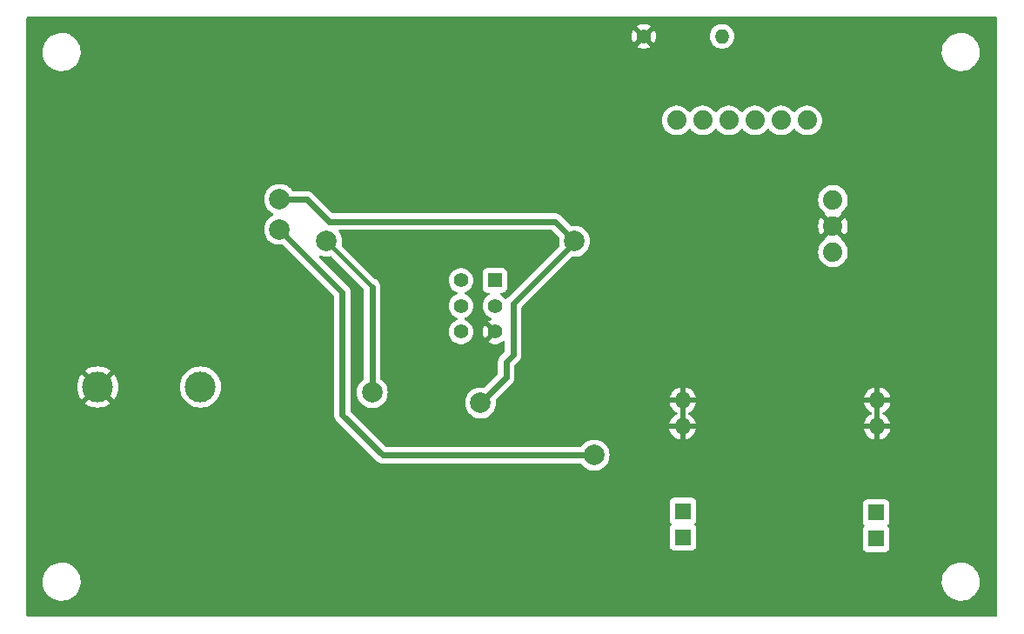
<source format=gbr>
%TF.GenerationSoftware,KiCad,Pcbnew,7.0.9*%
%TF.CreationDate,2024-07-11T14:42:56+10:00*%
%TF.ProjectId,bms test circuit,626d7320-7465-4737-9420-636972637569,rev?*%
%TF.SameCoordinates,Original*%
%TF.FileFunction,Copper,L2,Bot*%
%TF.FilePolarity,Positive*%
%FSLAX46Y46*%
G04 Gerber Fmt 4.6, Leading zero omitted, Abs format (unit mm)*
G04 Created by KiCad (PCBNEW 7.0.9) date 2024-07-11 14:42:56*
%MOMM*%
%LPD*%
G01*
G04 APERTURE LIST*
%TA.AperFunction,ComponentPad*%
%ADD10C,3.000000*%
%TD*%
%TA.AperFunction,ComponentPad*%
%ADD11R,1.400000X1.400000*%
%TD*%
%TA.AperFunction,ComponentPad*%
%ADD12C,1.400000*%
%TD*%
%TA.AperFunction,ComponentPad*%
%ADD13R,1.600000X1.600000*%
%TD*%
%TA.AperFunction,ComponentPad*%
%ADD14O,1.600000X1.600000*%
%TD*%
%TA.AperFunction,ComponentPad*%
%ADD15C,1.879600*%
%TD*%
%TA.AperFunction,ComponentPad*%
%ADD16O,1.400000X1.400000*%
%TD*%
%TA.AperFunction,ViaPad*%
%ADD17C,2.000000*%
%TD*%
%TA.AperFunction,Conductor*%
%ADD18C,0.400000*%
%TD*%
%TA.AperFunction,Conductor*%
%ADD19C,0.600000*%
%TD*%
G04 APERTURE END LIST*
D10*
X175465000Y-76811000D03*
X185465000Y-76811000D03*
D11*
X214121000Y-66426500D03*
D12*
X214121000Y-68926500D03*
X214121000Y-71426500D03*
X210821000Y-66426500D03*
X210821000Y-68926500D03*
X210821000Y-71426500D03*
D13*
X232410000Y-88900000D03*
X232410000Y-91440000D03*
D14*
X232384600Y-80645000D03*
X232410000Y-78105000D03*
D13*
X251206000Y-89027000D03*
X251206000Y-91567000D03*
D14*
X251307600Y-80645000D03*
X251333000Y-78105000D03*
D15*
X247018000Y-63687000D03*
X247018000Y-61147000D03*
X247018000Y-58607000D03*
X244518000Y-50857000D03*
X241978000Y-50857000D03*
X239438000Y-50857000D03*
X236898000Y-50857000D03*
X234358000Y-50857000D03*
X231818000Y-50857000D03*
D12*
X228600000Y-42672000D03*
D16*
X236220000Y-42672000D03*
D17*
X203581000Y-45847000D03*
X218694000Y-69215000D03*
X215392000Y-78234500D03*
X251587000Y-67310000D03*
X226822000Y-44958000D03*
X228473000Y-76248500D03*
X226822000Y-56261000D03*
X193167000Y-58547000D03*
X212725000Y-78359000D03*
X221869000Y-62611000D03*
X223774000Y-83439000D03*
X193167000Y-61468000D03*
X202184000Y-77343000D03*
X197739000Y-62611000D03*
D18*
X251587000Y-67310000D02*
X251079000Y-67310000D01*
X226822000Y-56261000D02*
X226822000Y-56642000D01*
X251079000Y-67310000D02*
X249555000Y-65786000D01*
X203581000Y-45847000D02*
X204216000Y-46482000D01*
X226487000Y-78234500D02*
X215392000Y-78234500D01*
X235077000Y-70739000D02*
X235077000Y-65786000D01*
X225600500Y-76248500D02*
X221869000Y-72517000D01*
X221869000Y-72390000D02*
X218694000Y-69215000D01*
X226822000Y-56642000D02*
X235077000Y-64897000D01*
X221869000Y-72517000D02*
X221869000Y-72390000D01*
X229567500Y-76248500D02*
X235077000Y-70739000D01*
X225298000Y-46482000D02*
X226822000Y-44958000D01*
X249555000Y-65786000D02*
X235077000Y-65786000D01*
X226822000Y-56261000D02*
X226822000Y-44958000D01*
X235077000Y-64897000D02*
X235077000Y-65786000D01*
X228473000Y-76248500D02*
X225600500Y-76248500D01*
X228473000Y-76248500D02*
X226487000Y-78234500D01*
X228473000Y-76248500D02*
X229567500Y-76248500D01*
X204216000Y-46482000D02*
X225298000Y-46482000D01*
D19*
X193167000Y-58547000D02*
X195834000Y-58547000D01*
X197993000Y-60706000D02*
X219964000Y-60706000D01*
X195834000Y-58547000D02*
X197993000Y-60706000D01*
D18*
X221869000Y-62738000D02*
X221869000Y-62611000D01*
D19*
X212725000Y-78359000D02*
X215221000Y-75863000D01*
X215221000Y-75863000D02*
X215221000Y-74339000D01*
X215900000Y-68707000D02*
X221869000Y-62738000D01*
X215900000Y-73660000D02*
X215900000Y-68707000D01*
X219964000Y-60706000D02*
X221869000Y-62611000D01*
X215221000Y-74339000D02*
X215900000Y-73660000D01*
X203200000Y-83439000D02*
X223774000Y-83439000D01*
X193167000Y-61468000D02*
X199263000Y-67564000D01*
X199263000Y-67564000D02*
X199263000Y-79502000D01*
X199263000Y-79502000D02*
X203200000Y-83439000D01*
X202184000Y-67056000D02*
X202184000Y-77343000D01*
D18*
X197739000Y-62611000D02*
X202184000Y-67056000D01*
%TA.AperFunction,Conductor*%
G36*
X232660000Y-79368238D02*
G01*
X232640315Y-79435277D01*
X232634600Y-79442369D01*
X232634600Y-80329314D01*
X232622645Y-80317359D01*
X232509748Y-80259835D01*
X232416081Y-80245000D01*
X232353119Y-80245000D01*
X232259452Y-80259835D01*
X232146555Y-80317359D01*
X232134600Y-80329314D01*
X232134600Y-79381762D01*
X232154285Y-79314723D01*
X232160000Y-79307630D01*
X232160000Y-78420686D01*
X232171955Y-78432641D01*
X232284852Y-78490165D01*
X232378519Y-78505000D01*
X232441481Y-78505000D01*
X232535148Y-78490165D01*
X232648045Y-78432641D01*
X232660000Y-78420686D01*
X232660000Y-79368238D01*
G37*
%TD.AperFunction*%
%TA.AperFunction,Conductor*%
G36*
X251583000Y-79368238D02*
G01*
X251563315Y-79435277D01*
X251557600Y-79442369D01*
X251557600Y-80329314D01*
X251545645Y-80317359D01*
X251432748Y-80259835D01*
X251339081Y-80245000D01*
X251276119Y-80245000D01*
X251182452Y-80259835D01*
X251069555Y-80317359D01*
X251057600Y-80329314D01*
X251057600Y-79381762D01*
X251077285Y-79314723D01*
X251083000Y-79307630D01*
X251083000Y-78420686D01*
X251094955Y-78432641D01*
X251207852Y-78490165D01*
X251301519Y-78505000D01*
X251364481Y-78505000D01*
X251458148Y-78490165D01*
X251571045Y-78432641D01*
X251583000Y-78420686D01*
X251583000Y-79368238D01*
G37*
%TD.AperFunction*%
%TA.AperFunction,Conductor*%
G36*
X262959539Y-40787185D02*
G01*
X263005294Y-40839989D01*
X263016500Y-40891500D01*
X263016500Y-99062500D01*
X262996815Y-99129539D01*
X262944011Y-99175294D01*
X262892500Y-99186500D01*
X168653500Y-99186500D01*
X168586461Y-99166815D01*
X168540706Y-99114011D01*
X168529500Y-99062500D01*
X168529500Y-95825763D01*
X170103787Y-95825763D01*
X170133413Y-96095013D01*
X170133415Y-96095024D01*
X170201926Y-96357082D01*
X170201928Y-96357088D01*
X170307870Y-96606390D01*
X170379998Y-96724575D01*
X170448979Y-96837605D01*
X170448986Y-96837615D01*
X170622253Y-97045819D01*
X170622259Y-97045824D01*
X170823998Y-97226582D01*
X171049910Y-97376044D01*
X171295176Y-97491020D01*
X171295183Y-97491022D01*
X171295185Y-97491023D01*
X171554557Y-97569057D01*
X171554564Y-97569058D01*
X171554569Y-97569060D01*
X171822561Y-97608500D01*
X171822566Y-97608500D01*
X172025636Y-97608500D01*
X172077133Y-97604730D01*
X172228156Y-97593677D01*
X172340758Y-97568593D01*
X172492546Y-97534782D01*
X172492548Y-97534781D01*
X172492553Y-97534780D01*
X172745558Y-97438014D01*
X172981777Y-97305441D01*
X173196177Y-97139888D01*
X173384186Y-96944881D01*
X173541799Y-96724579D01*
X173615787Y-96580669D01*
X173665649Y-96483690D01*
X173665651Y-96483684D01*
X173665656Y-96483675D01*
X173753118Y-96227305D01*
X173802319Y-95960933D01*
X173807259Y-95825763D01*
X257606787Y-95825763D01*
X257636413Y-96095013D01*
X257636415Y-96095024D01*
X257704926Y-96357082D01*
X257704928Y-96357088D01*
X257810870Y-96606390D01*
X257882998Y-96724575D01*
X257951979Y-96837605D01*
X257951986Y-96837615D01*
X258125253Y-97045819D01*
X258125259Y-97045824D01*
X258326998Y-97226582D01*
X258552910Y-97376044D01*
X258798176Y-97491020D01*
X258798183Y-97491022D01*
X258798185Y-97491023D01*
X259057557Y-97569057D01*
X259057564Y-97569058D01*
X259057569Y-97569060D01*
X259325561Y-97608500D01*
X259325566Y-97608500D01*
X259528636Y-97608500D01*
X259580133Y-97604730D01*
X259731156Y-97593677D01*
X259843758Y-97568593D01*
X259995546Y-97534782D01*
X259995548Y-97534781D01*
X259995553Y-97534780D01*
X260248558Y-97438014D01*
X260484777Y-97305441D01*
X260699177Y-97139888D01*
X260887186Y-96944881D01*
X261044799Y-96724579D01*
X261118787Y-96580669D01*
X261168649Y-96483690D01*
X261168651Y-96483684D01*
X261168656Y-96483675D01*
X261256118Y-96227305D01*
X261305319Y-95960933D01*
X261315212Y-95690235D01*
X261285586Y-95420982D01*
X261217072Y-95158912D01*
X261111130Y-94909610D01*
X260970018Y-94678390D01*
X260880747Y-94571119D01*
X260796746Y-94470180D01*
X260796740Y-94470175D01*
X260595002Y-94289418D01*
X260369092Y-94139957D01*
X260369090Y-94139956D01*
X260123824Y-94024980D01*
X260123819Y-94024978D01*
X260123814Y-94024976D01*
X259864442Y-93946942D01*
X259864428Y-93946939D01*
X259748791Y-93929921D01*
X259596439Y-93907500D01*
X259393369Y-93907500D01*
X259393364Y-93907500D01*
X259190844Y-93922323D01*
X259190831Y-93922325D01*
X258926453Y-93981217D01*
X258926446Y-93981220D01*
X258673439Y-94077987D01*
X258437226Y-94210557D01*
X258222822Y-94376112D01*
X258034822Y-94571109D01*
X258034816Y-94571116D01*
X257877202Y-94791419D01*
X257877199Y-94791424D01*
X257753350Y-95032309D01*
X257753343Y-95032327D01*
X257665884Y-95288685D01*
X257665881Y-95288699D01*
X257616681Y-95555068D01*
X257616680Y-95555075D01*
X257606787Y-95825763D01*
X173807259Y-95825763D01*
X173812212Y-95690235D01*
X173782586Y-95420982D01*
X173714072Y-95158912D01*
X173608130Y-94909610D01*
X173467018Y-94678390D01*
X173377747Y-94571119D01*
X173293746Y-94470180D01*
X173293740Y-94470175D01*
X173092002Y-94289418D01*
X172866092Y-94139957D01*
X172866090Y-94139956D01*
X172620824Y-94024980D01*
X172620819Y-94024978D01*
X172620814Y-94024976D01*
X172361442Y-93946942D01*
X172361428Y-93946939D01*
X172245791Y-93929921D01*
X172093439Y-93907500D01*
X171890369Y-93907500D01*
X171890364Y-93907500D01*
X171687844Y-93922323D01*
X171687831Y-93922325D01*
X171423453Y-93981217D01*
X171423446Y-93981220D01*
X171170439Y-94077987D01*
X170934226Y-94210557D01*
X170719822Y-94376112D01*
X170531822Y-94571109D01*
X170531816Y-94571116D01*
X170374202Y-94791419D01*
X170374199Y-94791424D01*
X170250350Y-95032309D01*
X170250343Y-95032327D01*
X170162884Y-95288685D01*
X170162881Y-95288699D01*
X170113681Y-95555068D01*
X170113680Y-95555075D01*
X170103787Y-95825763D01*
X168529500Y-95825763D01*
X168529500Y-92287870D01*
X231109500Y-92287870D01*
X231109501Y-92287876D01*
X231115908Y-92347483D01*
X231166202Y-92482328D01*
X231166206Y-92482335D01*
X231252452Y-92597544D01*
X231252455Y-92597547D01*
X231367664Y-92683793D01*
X231367671Y-92683797D01*
X231502517Y-92734091D01*
X231502516Y-92734091D01*
X231509444Y-92734835D01*
X231562127Y-92740500D01*
X233257872Y-92740499D01*
X233317483Y-92734091D01*
X233452331Y-92683796D01*
X233567546Y-92597546D01*
X233653796Y-92482331D01*
X233678957Y-92414870D01*
X249905500Y-92414870D01*
X249905501Y-92414876D01*
X249911908Y-92474483D01*
X249962202Y-92609328D01*
X249962206Y-92609335D01*
X250048452Y-92724544D01*
X250048455Y-92724547D01*
X250163664Y-92810793D01*
X250163671Y-92810797D01*
X250298517Y-92861091D01*
X250298516Y-92861091D01*
X250305444Y-92861835D01*
X250358127Y-92867500D01*
X252053872Y-92867499D01*
X252113483Y-92861091D01*
X252248331Y-92810796D01*
X252363546Y-92724546D01*
X252449796Y-92609331D01*
X252500091Y-92474483D01*
X252506500Y-92414873D01*
X252506499Y-90719128D01*
X252500091Y-90659517D01*
X252449796Y-90524669D01*
X252449795Y-90524668D01*
X252449793Y-90524664D01*
X252363547Y-90409455D01*
X252363546Y-90409454D01*
X252347803Y-90397669D01*
X252345929Y-90396266D01*
X252304058Y-90340334D01*
X252299074Y-90270642D01*
X252332558Y-90209319D01*
X252345930Y-90197733D01*
X252363546Y-90184546D01*
X252449796Y-90069331D01*
X252500091Y-89934483D01*
X252506500Y-89874873D01*
X252506499Y-88179128D01*
X252500091Y-88119517D01*
X252449796Y-87984669D01*
X252449795Y-87984668D01*
X252449793Y-87984664D01*
X252363547Y-87869455D01*
X252363544Y-87869452D01*
X252248335Y-87783206D01*
X252248328Y-87783202D01*
X252113482Y-87732908D01*
X252113483Y-87732908D01*
X252053883Y-87726501D01*
X252053881Y-87726500D01*
X252053873Y-87726500D01*
X252053864Y-87726500D01*
X250358129Y-87726500D01*
X250358123Y-87726501D01*
X250298516Y-87732908D01*
X250163671Y-87783202D01*
X250163664Y-87783206D01*
X250048455Y-87869452D01*
X250048452Y-87869455D01*
X249962206Y-87984664D01*
X249962202Y-87984671D01*
X249911908Y-88119517D01*
X249905501Y-88179116D01*
X249905501Y-88179123D01*
X249905500Y-88179135D01*
X249905500Y-89874870D01*
X249905501Y-89874876D01*
X249911908Y-89934483D01*
X249962202Y-90069328D01*
X249962206Y-90069335D01*
X250048452Y-90184544D01*
X250048453Y-90184544D01*
X250048454Y-90184546D01*
X250066070Y-90197733D01*
X250066071Y-90197734D01*
X250107941Y-90253668D01*
X250112925Y-90323360D01*
X250079439Y-90384683D01*
X250066071Y-90396266D01*
X250048452Y-90409455D01*
X249962206Y-90524664D01*
X249962202Y-90524671D01*
X249911908Y-90659517D01*
X249905501Y-90719116D01*
X249905501Y-90719123D01*
X249905500Y-90719135D01*
X249905500Y-92414870D01*
X233678957Y-92414870D01*
X233704091Y-92347483D01*
X233710500Y-92287873D01*
X233710499Y-90592128D01*
X233704091Y-90532517D01*
X233653796Y-90397669D01*
X233653795Y-90397668D01*
X233653793Y-90397664D01*
X233567547Y-90282455D01*
X233567546Y-90282454D01*
X233549930Y-90269267D01*
X233508058Y-90213334D01*
X233503074Y-90143642D01*
X233536558Y-90082319D01*
X233549930Y-90070733D01*
X233567546Y-90057546D01*
X233653796Y-89942331D01*
X233704091Y-89807483D01*
X233710500Y-89747873D01*
X233710499Y-88052128D01*
X233704091Y-87992517D01*
X233653796Y-87857669D01*
X233653795Y-87857668D01*
X233653793Y-87857664D01*
X233567547Y-87742455D01*
X233567544Y-87742452D01*
X233452335Y-87656206D01*
X233452328Y-87656202D01*
X233317482Y-87605908D01*
X233317483Y-87605908D01*
X233257883Y-87599501D01*
X233257881Y-87599500D01*
X233257873Y-87599500D01*
X233257864Y-87599500D01*
X231562129Y-87599500D01*
X231562123Y-87599501D01*
X231502516Y-87605908D01*
X231367671Y-87656202D01*
X231367664Y-87656206D01*
X231252455Y-87742452D01*
X231252452Y-87742455D01*
X231166206Y-87857664D01*
X231166202Y-87857671D01*
X231115908Y-87992517D01*
X231109501Y-88052116D01*
X231109501Y-88052123D01*
X231109500Y-88052135D01*
X231109500Y-89747870D01*
X231109501Y-89747876D01*
X231115908Y-89807483D01*
X231166202Y-89942328D01*
X231166206Y-89942335D01*
X231252452Y-90057544D01*
X231252453Y-90057544D01*
X231252454Y-90057546D01*
X231268193Y-90069328D01*
X231270071Y-90070734D01*
X231311941Y-90126668D01*
X231316925Y-90196360D01*
X231283439Y-90257683D01*
X231270071Y-90269266D01*
X231252452Y-90282455D01*
X231166206Y-90397664D01*
X231166202Y-90397671D01*
X231115908Y-90532517D01*
X231109501Y-90592116D01*
X231109501Y-90592123D01*
X231109500Y-90592135D01*
X231109500Y-92287870D01*
X168529500Y-92287870D01*
X168529500Y-76811001D01*
X173459891Y-76811001D01*
X173480300Y-77096362D01*
X173541109Y-77375895D01*
X173641091Y-77643958D01*
X173778191Y-77895038D01*
X173778196Y-77895046D01*
X173884882Y-78037561D01*
X173884883Y-78037562D01*
X174674409Y-77248036D01*
X174681284Y-77263478D01*
X174792486Y-77416534D01*
X174933080Y-77543126D01*
X175030297Y-77599254D01*
X174238436Y-78391115D01*
X174380960Y-78497807D01*
X174380961Y-78497808D01*
X174632042Y-78634908D01*
X174632041Y-78634908D01*
X174900104Y-78734890D01*
X175179637Y-78795699D01*
X175464999Y-78816109D01*
X175465001Y-78816109D01*
X175750362Y-78795699D01*
X176029895Y-78734890D01*
X176297958Y-78634908D01*
X176549047Y-78497803D01*
X176691561Y-78391116D01*
X176691562Y-78391115D01*
X175899702Y-77599254D01*
X175996920Y-77543126D01*
X176137514Y-77416534D01*
X176248716Y-77263479D01*
X176255590Y-77248037D01*
X177045115Y-78037562D01*
X177045116Y-78037561D01*
X177151803Y-77895047D01*
X177288908Y-77643958D01*
X177388890Y-77375895D01*
X177449699Y-77096362D01*
X177470109Y-76811001D01*
X183459390Y-76811001D01*
X183479804Y-77096433D01*
X183540628Y-77376037D01*
X183540630Y-77376043D01*
X183540631Y-77376046D01*
X183602949Y-77543126D01*
X183640635Y-77644166D01*
X183777770Y-77895309D01*
X183777775Y-77895317D01*
X183949254Y-78124387D01*
X183949270Y-78124405D01*
X184151594Y-78326729D01*
X184151612Y-78326745D01*
X184380682Y-78498224D01*
X184380690Y-78498229D01*
X184631833Y-78635364D01*
X184631832Y-78635364D01*
X184631836Y-78635365D01*
X184631839Y-78635367D01*
X184899954Y-78735369D01*
X184899960Y-78735370D01*
X184899962Y-78735371D01*
X185179566Y-78796195D01*
X185179568Y-78796195D01*
X185179572Y-78796196D01*
X185433220Y-78814337D01*
X185464999Y-78816610D01*
X185465000Y-78816610D01*
X185465001Y-78816610D01*
X185493595Y-78814564D01*
X185750428Y-78796196D01*
X186030046Y-78735369D01*
X186298161Y-78635367D01*
X186549315Y-78498226D01*
X186778395Y-78326739D01*
X186980739Y-78124395D01*
X187152226Y-77895315D01*
X187289367Y-77644161D01*
X187389369Y-77376046D01*
X187450196Y-77096428D01*
X187470610Y-76811000D01*
X187450196Y-76525572D01*
X187426842Y-76418217D01*
X187389371Y-76245962D01*
X187389370Y-76245960D01*
X187389369Y-76245954D01*
X187289367Y-75977839D01*
X187260961Y-75925818D01*
X187152229Y-75726690D01*
X187152224Y-75726682D01*
X186980745Y-75497612D01*
X186980729Y-75497594D01*
X186778405Y-75295270D01*
X186778387Y-75295254D01*
X186549317Y-75123775D01*
X186549309Y-75123770D01*
X186298166Y-74986635D01*
X186298167Y-74986635D01*
X186190915Y-74946632D01*
X186030046Y-74886631D01*
X186030043Y-74886630D01*
X186030037Y-74886628D01*
X185750433Y-74825804D01*
X185465001Y-74805390D01*
X185464999Y-74805390D01*
X185179566Y-74825804D01*
X184899962Y-74886628D01*
X184631833Y-74986635D01*
X184380690Y-75123770D01*
X184380682Y-75123775D01*
X184151612Y-75295254D01*
X184151594Y-75295270D01*
X183949270Y-75497594D01*
X183949254Y-75497612D01*
X183777775Y-75726682D01*
X183777770Y-75726690D01*
X183640635Y-75977833D01*
X183540628Y-76245962D01*
X183479804Y-76525566D01*
X183459390Y-76810998D01*
X183459390Y-76811001D01*
X177470109Y-76811001D01*
X177470109Y-76810998D01*
X177449699Y-76525637D01*
X177388890Y-76246104D01*
X177288908Y-75978041D01*
X177151808Y-75726961D01*
X177151807Y-75726960D01*
X177045115Y-75584436D01*
X176255590Y-76373961D01*
X176248716Y-76358522D01*
X176137514Y-76205466D01*
X175996920Y-76078874D01*
X175899701Y-76022745D01*
X176691562Y-75230883D01*
X176691561Y-75230882D01*
X176549046Y-75124196D01*
X176549038Y-75124191D01*
X176297957Y-74987091D01*
X176297958Y-74987091D01*
X176029895Y-74887109D01*
X175750362Y-74826300D01*
X175465001Y-74805891D01*
X175464999Y-74805891D01*
X175179637Y-74826300D01*
X174900104Y-74887109D01*
X174632041Y-74987091D01*
X174380961Y-75124191D01*
X174380953Y-75124196D01*
X174238437Y-75230882D01*
X174238436Y-75230883D01*
X175030298Y-76022745D01*
X174933080Y-76078874D01*
X174792486Y-76205466D01*
X174681284Y-76358521D01*
X174674409Y-76373962D01*
X173884883Y-75584436D01*
X173884882Y-75584437D01*
X173778196Y-75726953D01*
X173778191Y-75726961D01*
X173641091Y-75978041D01*
X173541109Y-76246104D01*
X173480300Y-76525637D01*
X173459891Y-76810998D01*
X173459891Y-76811001D01*
X168529500Y-76811001D01*
X168529500Y-61468005D01*
X191661357Y-61468005D01*
X191681890Y-61715812D01*
X191681892Y-61715824D01*
X191742936Y-61956881D01*
X191842826Y-62184606D01*
X191978833Y-62392782D01*
X191978836Y-62392785D01*
X192147256Y-62575738D01*
X192343491Y-62728474D01*
X192562190Y-62846828D01*
X192797386Y-62927571D01*
X193042665Y-62968500D01*
X193291334Y-62968500D01*
X193291335Y-62968500D01*
X193437560Y-62944099D01*
X193506923Y-62952481D01*
X193545649Y-62978727D01*
X198426181Y-67859259D01*
X198459666Y-67920582D01*
X198462500Y-67946940D01*
X198462500Y-79592191D01*
X198462501Y-79592200D01*
X198471791Y-79632908D01*
X198472955Y-79639763D01*
X198477632Y-79681259D01*
X198491420Y-79720662D01*
X198493345Y-79727345D01*
X198502639Y-79768061D01*
X198520759Y-79805688D01*
X198523421Y-79812114D01*
X198537212Y-79851525D01*
X198559422Y-79886872D01*
X198562787Y-79892959D01*
X198580910Y-79930589D01*
X198606940Y-79963229D01*
X198610966Y-79968904D01*
X198633182Y-80004259D01*
X198633184Y-80004262D01*
X202697739Y-84068817D01*
X202697742Y-84068819D01*
X202733089Y-84091029D01*
X202738763Y-84095055D01*
X202770957Y-84120728D01*
X202771414Y-84121092D01*
X202788435Y-84129289D01*
X202809033Y-84139209D01*
X202815122Y-84142574D01*
X202850471Y-84164785D01*
X202850474Y-84164786D01*
X202850478Y-84164789D01*
X202889899Y-84178583D01*
X202896307Y-84181238D01*
X202933939Y-84199360D01*
X202974641Y-84208650D01*
X202981328Y-84210576D01*
X203020742Y-84224367D01*
X203020745Y-84224368D01*
X203062241Y-84229043D01*
X203069093Y-84230207D01*
X203109806Y-84239500D01*
X203155046Y-84239500D01*
X222437531Y-84239500D01*
X222504570Y-84259185D01*
X222541340Y-84295679D01*
X222585833Y-84363782D01*
X222585836Y-84363785D01*
X222754256Y-84546738D01*
X222950491Y-84699474D01*
X223169190Y-84817828D01*
X223404386Y-84898571D01*
X223649665Y-84939500D01*
X223898335Y-84939500D01*
X224143614Y-84898571D01*
X224378810Y-84817828D01*
X224597509Y-84699474D01*
X224793744Y-84546738D01*
X224962164Y-84363785D01*
X225098173Y-84155607D01*
X225198063Y-83927881D01*
X225259108Y-83686821D01*
X225279643Y-83439000D01*
X225259108Y-83191179D01*
X225198063Y-82950119D01*
X225098173Y-82722393D01*
X225036293Y-82627678D01*
X224962166Y-82514217D01*
X224940557Y-82490744D01*
X224793744Y-82331262D01*
X224597509Y-82178526D01*
X224597507Y-82178525D01*
X224597506Y-82178524D01*
X224378811Y-82060172D01*
X224378802Y-82060169D01*
X224143616Y-81979429D01*
X223898335Y-81938500D01*
X223649665Y-81938500D01*
X223404383Y-81979429D01*
X223169197Y-82060169D01*
X223169188Y-82060172D01*
X222950493Y-82178524D01*
X222754257Y-82331261D01*
X222585833Y-82514217D01*
X222541340Y-82582321D01*
X222488194Y-82627678D01*
X222437531Y-82638500D01*
X203582940Y-82638500D01*
X203515901Y-82618815D01*
X203495259Y-82602181D01*
X201288077Y-80394999D01*
X231105727Y-80394999D01*
X231105728Y-80395000D01*
X232068914Y-80395000D01*
X232056959Y-80406955D01*
X231999435Y-80519852D01*
X231979614Y-80645000D01*
X231999435Y-80770148D01*
X232056959Y-80883045D01*
X232068914Y-80895000D01*
X231105728Y-80895000D01*
X231158330Y-81091317D01*
X231158334Y-81091326D01*
X231254465Y-81297482D01*
X231384942Y-81483820D01*
X231545779Y-81644657D01*
X231732117Y-81775134D01*
X231938273Y-81871265D01*
X231938282Y-81871269D01*
X232134599Y-81923872D01*
X232134600Y-81923871D01*
X232134600Y-80960686D01*
X232146555Y-80972641D01*
X232259452Y-81030165D01*
X232353119Y-81045000D01*
X232416081Y-81045000D01*
X232509748Y-81030165D01*
X232622645Y-80972641D01*
X232634600Y-80960686D01*
X232634600Y-81923872D01*
X232830917Y-81871269D01*
X232830926Y-81871265D01*
X233037082Y-81775134D01*
X233223420Y-81644657D01*
X233384257Y-81483820D01*
X233514734Y-81297482D01*
X233610865Y-81091326D01*
X233610869Y-81091317D01*
X233663472Y-80895000D01*
X232700286Y-80895000D01*
X232712241Y-80883045D01*
X232769765Y-80770148D01*
X232789586Y-80645000D01*
X232769765Y-80519852D01*
X232712241Y-80406955D01*
X232700286Y-80395000D01*
X233663472Y-80395000D01*
X233663472Y-80394999D01*
X250028727Y-80394999D01*
X250028728Y-80395000D01*
X250991914Y-80395000D01*
X250979959Y-80406955D01*
X250922435Y-80519852D01*
X250902614Y-80645000D01*
X250922435Y-80770148D01*
X250979959Y-80883045D01*
X250991914Y-80895000D01*
X250028728Y-80895000D01*
X250081330Y-81091317D01*
X250081334Y-81091326D01*
X250177465Y-81297482D01*
X250307942Y-81483820D01*
X250468779Y-81644657D01*
X250655117Y-81775134D01*
X250861273Y-81871265D01*
X250861282Y-81871269D01*
X251057599Y-81923872D01*
X251057600Y-81923871D01*
X251057600Y-80960686D01*
X251069555Y-80972641D01*
X251182452Y-81030165D01*
X251276119Y-81045000D01*
X251339081Y-81045000D01*
X251432748Y-81030165D01*
X251545645Y-80972641D01*
X251557600Y-80960686D01*
X251557600Y-81923872D01*
X251753917Y-81871269D01*
X251753926Y-81871265D01*
X251960082Y-81775134D01*
X252146420Y-81644657D01*
X252307257Y-81483820D01*
X252437734Y-81297482D01*
X252533865Y-81091326D01*
X252533869Y-81091317D01*
X252586472Y-80895000D01*
X251623286Y-80895000D01*
X251635241Y-80883045D01*
X251692765Y-80770148D01*
X251712586Y-80645000D01*
X251692765Y-80519852D01*
X251635241Y-80406955D01*
X251623286Y-80395000D01*
X252586472Y-80395000D01*
X252586472Y-80394999D01*
X252533869Y-80198682D01*
X252533865Y-80198673D01*
X252437734Y-79992517D01*
X252307257Y-79806179D01*
X252146420Y-79645342D01*
X251960081Y-79514865D01*
X251960079Y-79514864D01*
X251913843Y-79493304D01*
X251861403Y-79447132D01*
X251842251Y-79379939D01*
X251862466Y-79313057D01*
X251913843Y-79268540D01*
X251985479Y-79235135D01*
X251985481Y-79235134D01*
X252171820Y-79104657D01*
X252332657Y-78943820D01*
X252463134Y-78757482D01*
X252559265Y-78551326D01*
X252559269Y-78551317D01*
X252611872Y-78355000D01*
X251648686Y-78355000D01*
X251660641Y-78343045D01*
X251718165Y-78230148D01*
X251737986Y-78105000D01*
X251718165Y-77979852D01*
X251660641Y-77866955D01*
X251648686Y-77855000D01*
X252611872Y-77855000D01*
X252611872Y-77854999D01*
X252559269Y-77658682D01*
X252559265Y-77658673D01*
X252463134Y-77452517D01*
X252332657Y-77266179D01*
X252171820Y-77105342D01*
X251985482Y-76974865D01*
X251779328Y-76878734D01*
X251583000Y-76826127D01*
X251583000Y-77789314D01*
X251571045Y-77777359D01*
X251458148Y-77719835D01*
X251364481Y-77705000D01*
X251301519Y-77705000D01*
X251207852Y-77719835D01*
X251094955Y-77777359D01*
X251083000Y-77789314D01*
X251083000Y-76826127D01*
X250886671Y-76878734D01*
X250680517Y-76974865D01*
X250494179Y-77105342D01*
X250333342Y-77266179D01*
X250202865Y-77452517D01*
X250106734Y-77658673D01*
X250106730Y-77658682D01*
X250054127Y-77854999D01*
X250054128Y-77855000D01*
X251017314Y-77855000D01*
X251005359Y-77866955D01*
X250947835Y-77979852D01*
X250928014Y-78105000D01*
X250947835Y-78230148D01*
X251005359Y-78343045D01*
X251017314Y-78355000D01*
X250054128Y-78355000D01*
X250106730Y-78551317D01*
X250106734Y-78551326D01*
X250202865Y-78757482D01*
X250333342Y-78943820D01*
X250494179Y-79104657D01*
X250680517Y-79235133D01*
X250726755Y-79256694D01*
X250779195Y-79302866D01*
X250798348Y-79370059D01*
X250778133Y-79436941D01*
X250726758Y-79481459D01*
X250655115Y-79514867D01*
X250468779Y-79645342D01*
X250307942Y-79806179D01*
X250177465Y-79992517D01*
X250081334Y-80198673D01*
X250081330Y-80198682D01*
X250028727Y-80394999D01*
X233663472Y-80394999D01*
X233610869Y-80198682D01*
X233610865Y-80198673D01*
X233514734Y-79992517D01*
X233384257Y-79806179D01*
X233223420Y-79645342D01*
X233037081Y-79514865D01*
X233037079Y-79514864D01*
X232990843Y-79493304D01*
X232938403Y-79447132D01*
X232919251Y-79379939D01*
X232939466Y-79313057D01*
X232990843Y-79268540D01*
X233062479Y-79235135D01*
X233062481Y-79235134D01*
X233248820Y-79104657D01*
X233409657Y-78943820D01*
X233540134Y-78757482D01*
X233636265Y-78551326D01*
X233636269Y-78551317D01*
X233688872Y-78355000D01*
X232725686Y-78355000D01*
X232737641Y-78343045D01*
X232795165Y-78230148D01*
X232814986Y-78105000D01*
X232795165Y-77979852D01*
X232737641Y-77866955D01*
X232725686Y-77855000D01*
X233688872Y-77855000D01*
X233688872Y-77854999D01*
X233636269Y-77658682D01*
X233636265Y-77658673D01*
X233540134Y-77452517D01*
X233409657Y-77266179D01*
X233248820Y-77105342D01*
X233062482Y-76974865D01*
X232856328Y-76878734D01*
X232660000Y-76826127D01*
X232660000Y-77789314D01*
X232648045Y-77777359D01*
X232535148Y-77719835D01*
X232441481Y-77705000D01*
X232378519Y-77705000D01*
X232284852Y-77719835D01*
X232171955Y-77777359D01*
X232160000Y-77789314D01*
X232160000Y-76826127D01*
X231963671Y-76878734D01*
X231757517Y-76974865D01*
X231571179Y-77105342D01*
X231410342Y-77266179D01*
X231279865Y-77452517D01*
X231183734Y-77658673D01*
X231183730Y-77658682D01*
X231131127Y-77854999D01*
X231131128Y-77855000D01*
X232094314Y-77855000D01*
X232082359Y-77866955D01*
X232024835Y-77979852D01*
X232005014Y-78105000D01*
X232024835Y-78230148D01*
X232082359Y-78343045D01*
X232094314Y-78355000D01*
X231131128Y-78355000D01*
X231183730Y-78551317D01*
X231183734Y-78551326D01*
X231279865Y-78757482D01*
X231410342Y-78943820D01*
X231571179Y-79104657D01*
X231757517Y-79235133D01*
X231803755Y-79256694D01*
X231856195Y-79302866D01*
X231875348Y-79370059D01*
X231855133Y-79436941D01*
X231803758Y-79481459D01*
X231732115Y-79514867D01*
X231545779Y-79645342D01*
X231384942Y-79806179D01*
X231254465Y-79992517D01*
X231158334Y-80198673D01*
X231158330Y-80198682D01*
X231105727Y-80394999D01*
X201288077Y-80394999D01*
X200099819Y-79206741D01*
X200066334Y-79145418D01*
X200063500Y-79119060D01*
X200063500Y-67473807D01*
X200063500Y-67473806D01*
X200054207Y-67433093D01*
X200053042Y-67426233D01*
X200048368Y-67384745D01*
X200042801Y-67368835D01*
X200034576Y-67345328D01*
X200032653Y-67338655D01*
X200023360Y-67297939D01*
X200010464Y-67271161D01*
X200005239Y-67260310D01*
X200002576Y-67253881D01*
X199999873Y-67246157D01*
X199988789Y-67214478D01*
X199988787Y-67214475D01*
X199988787Y-67214474D01*
X199983233Y-67205637D01*
X199966569Y-67179116D01*
X199963218Y-67173054D01*
X199945092Y-67135413D01*
X199919048Y-67102755D01*
X199915032Y-67097095D01*
X199892816Y-67061738D01*
X199765262Y-66934184D01*
X197036126Y-64205048D01*
X197002641Y-64143725D01*
X197007625Y-64074033D01*
X197049497Y-64018100D01*
X197114961Y-63993683D01*
X197164070Y-64000086D01*
X197359488Y-64067173D01*
X197369386Y-64070571D01*
X197614665Y-64111500D01*
X197863335Y-64111500D01*
X198108614Y-64070571D01*
X198109319Y-64070328D01*
X198109624Y-64070315D01*
X198113576Y-64069314D01*
X198113781Y-64070127D01*
X198179113Y-64067173D01*
X198237269Y-64099926D01*
X201347181Y-67209838D01*
X201380666Y-67271161D01*
X201383500Y-67297519D01*
X201383500Y-76003998D01*
X201363815Y-76071037D01*
X201335664Y-76101849D01*
X201244105Y-76173113D01*
X201164257Y-76235261D01*
X200995833Y-76418217D01*
X200859826Y-76626393D01*
X200759936Y-76854118D01*
X200698892Y-77095175D01*
X200698890Y-77095187D01*
X200678357Y-77342994D01*
X200678357Y-77343005D01*
X200698890Y-77590812D01*
X200698892Y-77590824D01*
X200759936Y-77831881D01*
X200859826Y-78059606D01*
X200995833Y-78267782D01*
X200995836Y-78267785D01*
X201164256Y-78450738D01*
X201360491Y-78603474D01*
X201579190Y-78721828D01*
X201814386Y-78802571D01*
X202059665Y-78843500D01*
X202308335Y-78843500D01*
X202553614Y-78802571D01*
X202788810Y-78721828D01*
X203007509Y-78603474D01*
X203203744Y-78450738D01*
X203372164Y-78267785D01*
X203508173Y-78059607D01*
X203608063Y-77831881D01*
X203669108Y-77590821D01*
X203673060Y-77543126D01*
X203689643Y-77343005D01*
X203689643Y-77342994D01*
X203669109Y-77095187D01*
X203669107Y-77095175D01*
X203608063Y-76854118D01*
X203508173Y-76626393D01*
X203372166Y-76418217D01*
X203317212Y-76358521D01*
X203203744Y-76235262D01*
X203032336Y-76101850D01*
X202991525Y-76045141D01*
X202984500Y-76003998D01*
X202984500Y-71426500D01*
X209615357Y-71426500D01*
X209635884Y-71648035D01*
X209635885Y-71648037D01*
X209696769Y-71862023D01*
X209696775Y-71862038D01*
X209795938Y-72061183D01*
X209795943Y-72061191D01*
X209930020Y-72238738D01*
X210094437Y-72388623D01*
X210094439Y-72388625D01*
X210283595Y-72505745D01*
X210283596Y-72505745D01*
X210283599Y-72505747D01*
X210491060Y-72586118D01*
X210709757Y-72627000D01*
X210709759Y-72627000D01*
X210932241Y-72627000D01*
X210932243Y-72627000D01*
X211150940Y-72586118D01*
X211358401Y-72505747D01*
X211547562Y-72388624D01*
X211711981Y-72238736D01*
X211846058Y-72061189D01*
X211945229Y-71862028D01*
X212006115Y-71648036D01*
X212026643Y-71426500D01*
X212006115Y-71204964D01*
X211945229Y-70990972D01*
X211846189Y-70792074D01*
X211846061Y-70791816D01*
X211846056Y-70791808D01*
X211711979Y-70614261D01*
X211547562Y-70464376D01*
X211547560Y-70464374D01*
X211358404Y-70347254D01*
X211358395Y-70347250D01*
X211286560Y-70319421D01*
X211216101Y-70292125D01*
X211160701Y-70249554D01*
X211137110Y-70183788D01*
X211152821Y-70115707D01*
X211202844Y-70066928D01*
X211216093Y-70060877D01*
X211358401Y-70005747D01*
X211547562Y-69888624D01*
X211711981Y-69738736D01*
X211846058Y-69561189D01*
X211945229Y-69362028D01*
X212006115Y-69148036D01*
X212026643Y-68926500D01*
X212006115Y-68704964D01*
X211945229Y-68490972D01*
X211859682Y-68319171D01*
X211846061Y-68291816D01*
X211846056Y-68291808D01*
X211711979Y-68114261D01*
X211547562Y-67964376D01*
X211547560Y-67964374D01*
X211358404Y-67847254D01*
X211358395Y-67847250D01*
X211286560Y-67819421D01*
X211216101Y-67792125D01*
X211160701Y-67749554D01*
X211137110Y-67683788D01*
X211152821Y-67615707D01*
X211202844Y-67566928D01*
X211216093Y-67560877D01*
X211358401Y-67505747D01*
X211547562Y-67388624D01*
X211687282Y-67261251D01*
X211711979Y-67238738D01*
X211730300Y-67214478D01*
X211846058Y-67061189D01*
X211945229Y-66862028D01*
X212006115Y-66648036D01*
X212026643Y-66426500D01*
X212017720Y-66330209D01*
X212006115Y-66204964D01*
X212006114Y-66204962D01*
X211945230Y-65990976D01*
X211945229Y-65990972D01*
X211945224Y-65990961D01*
X211846061Y-65791816D01*
X211846056Y-65791808D01*
X211711979Y-65614261D01*
X211547562Y-65464376D01*
X211547560Y-65464374D01*
X211358404Y-65347254D01*
X211358398Y-65347252D01*
X211150940Y-65266882D01*
X210932243Y-65226000D01*
X210709757Y-65226000D01*
X210491060Y-65266882D01*
X210450219Y-65282704D01*
X210283601Y-65347252D01*
X210283595Y-65347254D01*
X210094439Y-65464374D01*
X210094437Y-65464376D01*
X209930020Y-65614261D01*
X209795943Y-65791808D01*
X209795938Y-65791816D01*
X209696775Y-65990961D01*
X209696769Y-65990976D01*
X209635885Y-66204962D01*
X209635884Y-66204964D01*
X209615357Y-66426499D01*
X209615357Y-66426500D01*
X209635884Y-66648035D01*
X209635885Y-66648037D01*
X209696769Y-66862023D01*
X209696775Y-66862038D01*
X209795938Y-67061183D01*
X209795943Y-67061191D01*
X209930020Y-67238738D01*
X210082088Y-67377366D01*
X210090177Y-67384740D01*
X210094437Y-67388623D01*
X210094439Y-67388625D01*
X210283595Y-67505745D01*
X210283596Y-67505745D01*
X210283599Y-67505747D01*
X210425898Y-67560874D01*
X210481298Y-67603446D01*
X210504889Y-67669213D01*
X210489178Y-67737293D01*
X210439154Y-67786072D01*
X210425906Y-67792122D01*
X210322453Y-67832201D01*
X210283601Y-67847252D01*
X210283595Y-67847254D01*
X210094439Y-67964374D01*
X210094437Y-67964376D01*
X209930020Y-68114261D01*
X209795943Y-68291808D01*
X209795938Y-68291816D01*
X209696775Y-68490961D01*
X209696769Y-68490976D01*
X209635885Y-68704962D01*
X209635884Y-68704964D01*
X209615357Y-68926499D01*
X209615357Y-68926500D01*
X209635884Y-69148035D01*
X209635885Y-69148037D01*
X209696769Y-69362023D01*
X209696775Y-69362038D01*
X209795938Y-69561183D01*
X209795943Y-69561191D01*
X209930020Y-69738738D01*
X210094437Y-69888623D01*
X210094439Y-69888625D01*
X210283595Y-70005745D01*
X210283596Y-70005745D01*
X210283599Y-70005747D01*
X210425898Y-70060874D01*
X210481298Y-70103446D01*
X210504889Y-70169213D01*
X210489178Y-70237293D01*
X210439154Y-70286072D01*
X210425906Y-70292122D01*
X210319693Y-70333269D01*
X210283601Y-70347252D01*
X210283595Y-70347254D01*
X210094439Y-70464374D01*
X210094437Y-70464376D01*
X209930020Y-70614261D01*
X209795943Y-70791808D01*
X209795938Y-70791816D01*
X209696775Y-70990961D01*
X209696769Y-70990976D01*
X209635885Y-71204962D01*
X209635884Y-71204964D01*
X209615357Y-71426499D01*
X209615357Y-71426500D01*
X202984500Y-71426500D01*
X202984500Y-67011043D01*
X202984499Y-67011039D01*
X202969369Y-66876750D01*
X202969368Y-66876745D01*
X202909788Y-66706476D01*
X202813815Y-66553737D01*
X202686262Y-66426184D01*
X202533519Y-66330209D01*
X202430013Y-66293990D01*
X202383287Y-66264630D01*
X199224092Y-63105435D01*
X199190607Y-63044112D01*
X199191567Y-62987316D01*
X199224108Y-62858821D01*
X199234909Y-62728474D01*
X199244643Y-62611005D01*
X199244643Y-62610994D01*
X199224109Y-62363187D01*
X199224107Y-62363175D01*
X199163063Y-62122118D01*
X199063173Y-61894393D01*
X198935074Y-61698321D01*
X198914886Y-61631432D01*
X198934067Y-61564246D01*
X198986526Y-61518096D01*
X199038883Y-61506500D01*
X219581060Y-61506500D01*
X219648099Y-61526185D01*
X219668741Y-61542819D01*
X220355330Y-62229408D01*
X220388815Y-62290731D01*
X220387855Y-62347528D01*
X220383891Y-62363180D01*
X220363357Y-62610994D01*
X220363357Y-62611005D01*
X220383891Y-62858817D01*
X220383891Y-62858820D01*
X220383892Y-62858821D01*
X220411666Y-62968500D01*
X220413517Y-62975807D01*
X220410892Y-63045627D01*
X220380992Y-63093928D01*
X215397738Y-68077184D01*
X215265260Y-68209662D01*
X215263722Y-68208124D01*
X215215061Y-68242266D01*
X215145249Y-68245102D01*
X215084986Y-68209744D01*
X215076372Y-68199531D01*
X215011982Y-68114265D01*
X215011980Y-68114262D01*
X214847562Y-67964376D01*
X214847560Y-67964374D01*
X214673216Y-67856426D01*
X214626580Y-67804398D01*
X214615476Y-67735417D01*
X214643429Y-67671382D01*
X214701564Y-67632626D01*
X214738492Y-67626999D01*
X214868872Y-67626999D01*
X214928483Y-67620591D01*
X215063331Y-67570296D01*
X215178546Y-67484046D01*
X215264796Y-67368831D01*
X215315091Y-67233983D01*
X215321500Y-67174373D01*
X215321499Y-65678628D01*
X215315091Y-65619017D01*
X215313318Y-65614264D01*
X215264797Y-65484171D01*
X215264793Y-65484164D01*
X215178547Y-65368955D01*
X215178544Y-65368952D01*
X215063335Y-65282706D01*
X215063328Y-65282702D01*
X214928482Y-65232408D01*
X214928483Y-65232408D01*
X214868883Y-65226001D01*
X214868881Y-65226000D01*
X214868873Y-65226000D01*
X214868864Y-65226000D01*
X213373129Y-65226000D01*
X213373123Y-65226001D01*
X213313516Y-65232408D01*
X213178671Y-65282702D01*
X213178664Y-65282706D01*
X213063455Y-65368952D01*
X213063452Y-65368955D01*
X212977206Y-65484164D01*
X212977202Y-65484171D01*
X212926908Y-65619017D01*
X212920501Y-65678616D01*
X212920501Y-65678623D01*
X212920500Y-65678635D01*
X212920500Y-67174370D01*
X212920501Y-67174376D01*
X212926908Y-67233983D01*
X212977202Y-67368828D01*
X212977206Y-67368835D01*
X213063452Y-67484044D01*
X213063455Y-67484047D01*
X213178664Y-67570293D01*
X213178671Y-67570297D01*
X213313517Y-67620591D01*
X213313516Y-67620591D01*
X213320444Y-67621335D01*
X213373127Y-67627000D01*
X213503507Y-67626999D01*
X213570544Y-67646683D01*
X213616299Y-67699487D01*
X213626243Y-67768645D01*
X213597219Y-67832201D01*
X213568783Y-67856426D01*
X213394436Y-67964377D01*
X213230020Y-68114261D01*
X213095943Y-68291808D01*
X213095938Y-68291816D01*
X212996775Y-68490961D01*
X212996769Y-68490976D01*
X212935885Y-68704962D01*
X212935884Y-68704964D01*
X212915357Y-68926499D01*
X212915357Y-68926500D01*
X212935884Y-69148035D01*
X212935885Y-69148037D01*
X212996769Y-69362023D01*
X212996775Y-69362038D01*
X213095938Y-69561183D01*
X213095943Y-69561191D01*
X213230020Y-69738738D01*
X213394437Y-69888623D01*
X213394439Y-69888625D01*
X213583595Y-70005745D01*
X213583597Y-70005746D01*
X213583599Y-70005747D01*
X213726587Y-70061141D01*
X213781988Y-70103713D01*
X213805579Y-70169479D01*
X213789868Y-70237560D01*
X213739844Y-70286339D01*
X213726587Y-70292393D01*
X213583833Y-70347696D01*
X213583823Y-70347701D01*
X213467671Y-70419619D01*
X214032768Y-70984715D01*
X213986862Y-70991635D01*
X213864643Y-71050493D01*
X213765202Y-71142760D01*
X213697375Y-71260240D01*
X213679500Y-71338553D01*
X213112138Y-70771191D01*
X213112137Y-70771191D01*
X213096368Y-70792074D01*
X212997240Y-70991149D01*
X212936378Y-71205060D01*
X212915859Y-71426499D01*
X212915859Y-71426500D01*
X212936378Y-71647939D01*
X212997240Y-71861850D01*
X213096369Y-72060928D01*
X213112137Y-72081808D01*
X213112138Y-72081808D01*
X213676550Y-71517396D01*
X213677327Y-71527765D01*
X213726887Y-71654041D01*
X213811465Y-71760099D01*
X213923547Y-71836516D01*
X214031298Y-71869752D01*
X213467672Y-72433379D01*
X213467672Y-72433380D01*
X213583821Y-72505297D01*
X213583822Y-72505298D01*
X213791195Y-72585634D01*
X214009807Y-72626500D01*
X214232193Y-72626500D01*
X214450804Y-72585634D01*
X214658177Y-72505298D01*
X214658179Y-72505297D01*
X214847261Y-72388221D01*
X214891962Y-72347472D01*
X214954766Y-72316855D01*
X215024153Y-72325052D01*
X215078093Y-72369462D01*
X215099461Y-72435984D01*
X215099500Y-72439109D01*
X215099500Y-73277060D01*
X215079815Y-73344099D01*
X215063181Y-73364741D01*
X214591186Y-73836735D01*
X214591183Y-73836739D01*
X214568966Y-73872096D01*
X214564941Y-73877769D01*
X214538910Y-73910410D01*
X214520791Y-73948033D01*
X214517427Y-73954120D01*
X214495212Y-73989476D01*
X214495208Y-73989483D01*
X214481416Y-74028895D01*
X214478755Y-74035320D01*
X214460639Y-74072939D01*
X214451344Y-74113659D01*
X214449419Y-74120341D01*
X214435632Y-74159744D01*
X214430955Y-74201235D01*
X214429791Y-74208089D01*
X214420500Y-74248806D01*
X214420500Y-75480059D01*
X214400815Y-75547098D01*
X214384181Y-75567740D01*
X213103649Y-76848271D01*
X213042326Y-76881756D01*
X212995559Y-76882899D01*
X212849335Y-76858500D01*
X212600665Y-76858500D01*
X212355383Y-76899429D01*
X212120197Y-76980169D01*
X212120188Y-76980172D01*
X211901493Y-77098524D01*
X211705257Y-77251261D01*
X211536833Y-77434217D01*
X211400826Y-77642393D01*
X211300936Y-77870118D01*
X211239892Y-78111175D01*
X211239890Y-78111187D01*
X211219357Y-78358994D01*
X211219357Y-78359005D01*
X211239890Y-78606812D01*
X211239892Y-78606824D01*
X211300936Y-78847881D01*
X211400826Y-79075606D01*
X211536833Y-79283782D01*
X211536836Y-79283785D01*
X211705256Y-79466738D01*
X211901491Y-79619474D01*
X212120190Y-79737828D01*
X212355386Y-79818571D01*
X212600665Y-79859500D01*
X212849335Y-79859500D01*
X213094614Y-79818571D01*
X213329810Y-79737828D01*
X213548509Y-79619474D01*
X213744744Y-79466738D01*
X213913164Y-79283785D01*
X214049173Y-79075607D01*
X214149063Y-78847881D01*
X214210108Y-78606821D01*
X214210109Y-78606812D01*
X214230643Y-78359005D01*
X214230643Y-78358994D01*
X214210109Y-78111193D01*
X214210108Y-78111179D01*
X214206145Y-78095530D01*
X214208766Y-78025714D01*
X214238666Y-77977410D01*
X215818826Y-76397252D01*
X215850816Y-76365262D01*
X215873037Y-76329895D01*
X215877052Y-76324236D01*
X215903091Y-76291587D01*
X215921209Y-76253961D01*
X215924565Y-76247889D01*
X215946789Y-76212522D01*
X215960580Y-76173105D01*
X215963236Y-76166693D01*
X215981360Y-76129061D01*
X215990658Y-76088321D01*
X215992571Y-76081680D01*
X216006368Y-76042255D01*
X216011043Y-76000760D01*
X216012208Y-75993905D01*
X216013726Y-75987249D01*
X216021500Y-75953194D01*
X216021500Y-75772806D01*
X216021500Y-74721940D01*
X216041185Y-74654901D01*
X216057819Y-74634259D01*
X216497826Y-74194252D01*
X216529816Y-74162262D01*
X216552037Y-74126895D01*
X216556052Y-74121236D01*
X216582091Y-74088587D01*
X216600209Y-74050961D01*
X216603565Y-74044889D01*
X216625789Y-74009522D01*
X216639580Y-73970105D01*
X216642236Y-73963693D01*
X216660360Y-73926061D01*
X216669658Y-73885321D01*
X216671571Y-73878680D01*
X216685368Y-73839255D01*
X216690043Y-73797760D01*
X216691208Y-73790905D01*
X216692726Y-73784249D01*
X216700500Y-73750194D01*
X216700500Y-73569806D01*
X216700500Y-69089939D01*
X216720185Y-69022900D01*
X216736814Y-69002263D01*
X221599189Y-64139887D01*
X221660510Y-64106404D01*
X221707276Y-64105261D01*
X221744665Y-64111500D01*
X221744666Y-64111500D01*
X221993335Y-64111500D01*
X222238614Y-64070571D01*
X222473810Y-63989828D01*
X222692509Y-63871474D01*
X222888744Y-63718738D01*
X222917956Y-63687005D01*
X245572764Y-63687005D01*
X245592473Y-63924869D01*
X245592475Y-63924881D01*
X245651070Y-64156267D01*
X245746951Y-64374852D01*
X245746953Y-64374856D01*
X245877506Y-64574682D01*
X246039168Y-64750295D01*
X246227531Y-64896903D01*
X246437455Y-65010509D01*
X246663216Y-65088012D01*
X246898653Y-65127300D01*
X246898654Y-65127300D01*
X247137346Y-65127300D01*
X247137347Y-65127300D01*
X247372784Y-65088012D01*
X247598545Y-65010509D01*
X247808469Y-64896903D01*
X247996832Y-64750295D01*
X248158494Y-64574682D01*
X248289047Y-64374856D01*
X248384929Y-64156267D01*
X248443525Y-63924878D01*
X248447950Y-63871474D01*
X248463236Y-63687005D01*
X248463236Y-63686994D01*
X248443526Y-63449130D01*
X248443524Y-63449118D01*
X248384929Y-63217732D01*
X248289048Y-62999147D01*
X248289047Y-62999144D01*
X248158494Y-62799318D01*
X247996832Y-62623705D01*
X247996827Y-62623701D01*
X247996825Y-62623699D01*
X247856571Y-62514535D01*
X247815758Y-62457825D01*
X247812083Y-62388052D01*
X247844992Y-62330387D01*
X247845158Y-62327711D01*
X247157599Y-61640152D01*
X247162592Y-61639435D01*
X247295470Y-61578752D01*
X247405869Y-61483090D01*
X247484845Y-61360201D01*
X247507522Y-61282969D01*
X248197941Y-61973389D01*
X248288604Y-61834621D01*
X248288609Y-61834613D01*
X248384454Y-61616104D01*
X248443030Y-61384796D01*
X248443032Y-61384788D01*
X248462735Y-61147006D01*
X248462735Y-61146993D01*
X248443032Y-60909211D01*
X248443030Y-60909203D01*
X248384454Y-60677895D01*
X248288606Y-60459380D01*
X248197941Y-60320609D01*
X247507521Y-61011029D01*
X247484845Y-60933799D01*
X247405869Y-60810910D01*
X247295470Y-60715248D01*
X247162592Y-60654565D01*
X247157600Y-60653847D01*
X247845159Y-59966288D01*
X247844685Y-59958653D01*
X247815757Y-59918456D01*
X247812085Y-59848683D01*
X247846718Y-59788000D01*
X247856559Y-59779473D01*
X247996832Y-59670295D01*
X248158494Y-59494682D01*
X248289047Y-59294856D01*
X248384929Y-59076267D01*
X248443525Y-58844878D01*
X248463236Y-58607000D01*
X248458264Y-58547000D01*
X248443526Y-58369130D01*
X248443524Y-58369118D01*
X248384929Y-58137732D01*
X248289048Y-57919147D01*
X248289047Y-57919144D01*
X248158494Y-57719318D01*
X247996832Y-57543705D01*
X247808469Y-57397097D01*
X247712152Y-57344972D01*
X247598546Y-57283491D01*
X247598541Y-57283489D01*
X247372786Y-57205988D01*
X247215826Y-57179796D01*
X247137347Y-57166700D01*
X246898653Y-57166700D01*
X246839793Y-57176522D01*
X246663213Y-57205988D01*
X246437458Y-57283489D01*
X246437453Y-57283491D01*
X246227529Y-57397098D01*
X246039169Y-57543704D01*
X245877506Y-57719317D01*
X245746951Y-57919147D01*
X245651070Y-58137732D01*
X245592475Y-58369118D01*
X245592473Y-58369130D01*
X245572764Y-58606994D01*
X245572764Y-58607005D01*
X245592473Y-58844869D01*
X245592475Y-58844881D01*
X245651070Y-59076267D01*
X245733245Y-59263606D01*
X245746953Y-59294856D01*
X245877506Y-59494682D01*
X246039168Y-59670295D01*
X246179427Y-59779462D01*
X246220240Y-59836173D01*
X246223915Y-59905946D01*
X246191006Y-59963610D01*
X246190840Y-59966287D01*
X246878400Y-60653847D01*
X246873408Y-60654565D01*
X246740530Y-60715248D01*
X246630131Y-60810910D01*
X246551155Y-60933799D01*
X246528478Y-61011030D01*
X245838057Y-60320609D01*
X245747392Y-60459382D01*
X245651545Y-60677895D01*
X245592969Y-60909203D01*
X245592967Y-60909211D01*
X245573265Y-61146993D01*
X245573265Y-61147006D01*
X245592967Y-61384788D01*
X245592969Y-61384796D01*
X245651545Y-61616104D01*
X245747391Y-61834614D01*
X245838057Y-61973389D01*
X246528477Y-61282969D01*
X246551155Y-61360201D01*
X246630131Y-61483090D01*
X246740530Y-61578752D01*
X246873408Y-61639435D01*
X246878399Y-61640152D01*
X246190839Y-62327711D01*
X246191313Y-62335345D01*
X246220242Y-62375543D01*
X246223914Y-62445316D01*
X246189281Y-62505999D01*
X246179428Y-62514536D01*
X246039170Y-62623703D01*
X245877506Y-62799317D01*
X245746951Y-62999147D01*
X245651070Y-63217732D01*
X245592475Y-63449118D01*
X245592473Y-63449130D01*
X245572764Y-63686994D01*
X245572764Y-63687005D01*
X222917956Y-63687005D01*
X223057164Y-63535785D01*
X223193173Y-63327607D01*
X223293063Y-63099881D01*
X223354108Y-62858821D01*
X223364909Y-62728474D01*
X223374643Y-62611005D01*
X223374643Y-62610994D01*
X223354109Y-62363187D01*
X223354107Y-62363175D01*
X223293063Y-62122118D01*
X223193173Y-61894393D01*
X223057166Y-61686217D01*
X222958237Y-61578752D01*
X222888744Y-61503262D01*
X222692509Y-61350526D01*
X222692507Y-61350525D01*
X222692506Y-61350524D01*
X222473811Y-61232172D01*
X222473802Y-61232169D01*
X222238616Y-61151429D01*
X221993335Y-61110500D01*
X221744665Y-61110500D01*
X221598438Y-61134899D01*
X221529073Y-61126516D01*
X221490349Y-61100271D01*
X220466262Y-60076184D01*
X220466259Y-60076182D01*
X220430904Y-60053966D01*
X220425229Y-60049940D01*
X220392589Y-60023910D01*
X220354959Y-60005787D01*
X220348872Y-60002422D01*
X220313525Y-59980212D01*
X220274114Y-59966421D01*
X220267688Y-59963759D01*
X220230061Y-59945639D01*
X220189345Y-59936345D01*
X220182662Y-59934420D01*
X220143259Y-59920632D01*
X220101763Y-59915955D01*
X220094908Y-59914791D01*
X220054200Y-59905501D01*
X220054196Y-59905500D01*
X220054194Y-59905500D01*
X220054191Y-59905500D01*
X198375940Y-59905500D01*
X198308901Y-59885815D01*
X198288259Y-59869181D01*
X196336262Y-57917184D01*
X196336259Y-57917182D01*
X196300904Y-57894966D01*
X196295229Y-57890940D01*
X196262589Y-57864910D01*
X196224959Y-57846787D01*
X196218872Y-57843422D01*
X196183525Y-57821212D01*
X196144114Y-57807421D01*
X196137688Y-57804759D01*
X196100061Y-57786639D01*
X196059345Y-57777345D01*
X196052662Y-57775420D01*
X196013259Y-57761632D01*
X195971763Y-57756955D01*
X195964908Y-57755791D01*
X195924200Y-57746501D01*
X195924196Y-57746500D01*
X195924194Y-57746500D01*
X195924191Y-57746500D01*
X194503469Y-57746500D01*
X194436430Y-57726815D01*
X194399660Y-57690321D01*
X194355166Y-57622217D01*
X194282890Y-57543705D01*
X194186744Y-57439262D01*
X193990509Y-57286526D01*
X193990507Y-57286525D01*
X193990506Y-57286524D01*
X193771811Y-57168172D01*
X193771802Y-57168169D01*
X193536616Y-57087429D01*
X193291335Y-57046500D01*
X193042665Y-57046500D01*
X192797383Y-57087429D01*
X192562197Y-57168169D01*
X192562188Y-57168172D01*
X192343493Y-57286524D01*
X192147257Y-57439261D01*
X191978833Y-57622217D01*
X191842826Y-57830393D01*
X191742936Y-58058118D01*
X191681892Y-58299175D01*
X191681890Y-58299187D01*
X191661357Y-58546994D01*
X191661357Y-58547005D01*
X191681890Y-58794812D01*
X191681892Y-58794824D01*
X191742936Y-59035881D01*
X191842826Y-59263606D01*
X191978833Y-59471782D01*
X191978836Y-59471785D01*
X192147256Y-59654738D01*
X192343491Y-59807474D01*
X192488252Y-59885815D01*
X192511591Y-59898445D01*
X192561181Y-59947665D01*
X192576289Y-60015881D01*
X192552119Y-60081437D01*
X192511591Y-60116555D01*
X192343493Y-60207524D01*
X192147257Y-60360261D01*
X191978833Y-60543217D01*
X191842826Y-60751393D01*
X191742936Y-60979118D01*
X191681892Y-61220175D01*
X191681890Y-61220187D01*
X191661357Y-61467994D01*
X191661357Y-61468005D01*
X168529500Y-61468005D01*
X168529500Y-50857005D01*
X230372764Y-50857005D01*
X230392473Y-51094869D01*
X230392475Y-51094881D01*
X230451070Y-51326267D01*
X230546951Y-51544852D01*
X230546953Y-51544856D01*
X230677506Y-51744682D01*
X230839168Y-51920295D01*
X231027531Y-52066903D01*
X231237455Y-52180509D01*
X231463216Y-52258012D01*
X231698653Y-52297300D01*
X231698654Y-52297300D01*
X231937346Y-52297300D01*
X231937347Y-52297300D01*
X232172784Y-52258012D01*
X232398545Y-52180509D01*
X232608469Y-52066903D01*
X232796832Y-51920295D01*
X232958494Y-51744682D01*
X232984191Y-51705350D01*
X233037337Y-51659993D01*
X233106568Y-51650569D01*
X233169904Y-51680071D01*
X233191809Y-51705350D01*
X233217506Y-51744682D01*
X233379168Y-51920295D01*
X233567531Y-52066903D01*
X233777455Y-52180509D01*
X234003216Y-52258012D01*
X234238653Y-52297300D01*
X234238654Y-52297300D01*
X234477346Y-52297300D01*
X234477347Y-52297300D01*
X234712784Y-52258012D01*
X234938545Y-52180509D01*
X235148469Y-52066903D01*
X235336832Y-51920295D01*
X235498494Y-51744682D01*
X235524191Y-51705350D01*
X235577337Y-51659993D01*
X235646568Y-51650569D01*
X235709904Y-51680071D01*
X235731809Y-51705350D01*
X235757506Y-51744682D01*
X235919168Y-51920295D01*
X236107531Y-52066903D01*
X236317455Y-52180509D01*
X236543216Y-52258012D01*
X236778653Y-52297300D01*
X236778654Y-52297300D01*
X237017346Y-52297300D01*
X237017347Y-52297300D01*
X237252784Y-52258012D01*
X237478545Y-52180509D01*
X237688469Y-52066903D01*
X237876832Y-51920295D01*
X238038494Y-51744682D01*
X238064191Y-51705350D01*
X238117337Y-51659993D01*
X238186568Y-51650569D01*
X238249904Y-51680071D01*
X238271809Y-51705350D01*
X238297506Y-51744682D01*
X238459168Y-51920295D01*
X238647531Y-52066903D01*
X238857455Y-52180509D01*
X239083216Y-52258012D01*
X239318653Y-52297300D01*
X239318654Y-52297300D01*
X239557346Y-52297300D01*
X239557347Y-52297300D01*
X239792784Y-52258012D01*
X240018545Y-52180509D01*
X240228469Y-52066903D01*
X240416832Y-51920295D01*
X240578494Y-51744682D01*
X240604191Y-51705350D01*
X240657337Y-51659993D01*
X240726568Y-51650569D01*
X240789904Y-51680071D01*
X240811809Y-51705350D01*
X240837506Y-51744682D01*
X240999168Y-51920295D01*
X241187531Y-52066903D01*
X241397455Y-52180509D01*
X241623216Y-52258012D01*
X241858653Y-52297300D01*
X241858654Y-52297300D01*
X242097346Y-52297300D01*
X242097347Y-52297300D01*
X242332784Y-52258012D01*
X242558545Y-52180509D01*
X242768469Y-52066903D01*
X242956832Y-51920295D01*
X243118494Y-51744682D01*
X243144191Y-51705350D01*
X243197337Y-51659993D01*
X243266568Y-51650569D01*
X243329904Y-51680071D01*
X243351809Y-51705350D01*
X243377506Y-51744682D01*
X243539168Y-51920295D01*
X243727531Y-52066903D01*
X243937455Y-52180509D01*
X244163216Y-52258012D01*
X244398653Y-52297300D01*
X244398654Y-52297300D01*
X244637346Y-52297300D01*
X244637347Y-52297300D01*
X244872784Y-52258012D01*
X245098545Y-52180509D01*
X245308469Y-52066903D01*
X245496832Y-51920295D01*
X245658494Y-51744682D01*
X245789047Y-51544856D01*
X245884929Y-51326267D01*
X245943525Y-51094878D01*
X245963236Y-50857000D01*
X245943525Y-50619122D01*
X245884929Y-50387733D01*
X245789047Y-50169144D01*
X245658494Y-49969318D01*
X245496832Y-49793705D01*
X245308469Y-49647097D01*
X245212152Y-49594972D01*
X245098546Y-49533491D01*
X245098541Y-49533489D01*
X244872786Y-49455988D01*
X244715826Y-49429796D01*
X244637347Y-49416700D01*
X244398653Y-49416700D01*
X244339793Y-49426522D01*
X244163213Y-49455988D01*
X243937458Y-49533489D01*
X243937453Y-49533491D01*
X243727529Y-49647098D01*
X243539169Y-49793704D01*
X243377508Y-49969315D01*
X243351808Y-50008652D01*
X243298661Y-50054008D01*
X243229430Y-50063431D01*
X243166094Y-50033928D01*
X243144192Y-50008652D01*
X243118494Y-49969318D01*
X242956832Y-49793705D01*
X242768469Y-49647097D01*
X242672152Y-49594972D01*
X242558546Y-49533491D01*
X242558541Y-49533489D01*
X242332786Y-49455988D01*
X242175826Y-49429796D01*
X242097347Y-49416700D01*
X241858653Y-49416700D01*
X241799793Y-49426522D01*
X241623213Y-49455988D01*
X241397458Y-49533489D01*
X241397453Y-49533491D01*
X241187529Y-49647098D01*
X240999169Y-49793704D01*
X240837508Y-49969315D01*
X240811808Y-50008652D01*
X240758661Y-50054008D01*
X240689430Y-50063431D01*
X240626094Y-50033928D01*
X240604192Y-50008652D01*
X240578494Y-49969318D01*
X240416832Y-49793705D01*
X240228469Y-49647097D01*
X240132152Y-49594972D01*
X240018546Y-49533491D01*
X240018541Y-49533489D01*
X239792786Y-49455988D01*
X239635826Y-49429796D01*
X239557347Y-49416700D01*
X239318653Y-49416700D01*
X239259793Y-49426522D01*
X239083213Y-49455988D01*
X238857458Y-49533489D01*
X238857453Y-49533491D01*
X238647529Y-49647098D01*
X238459169Y-49793704D01*
X238297508Y-49969315D01*
X238271808Y-50008652D01*
X238218661Y-50054008D01*
X238149430Y-50063431D01*
X238086094Y-50033928D01*
X238064192Y-50008652D01*
X238038494Y-49969318D01*
X237876832Y-49793705D01*
X237688469Y-49647097D01*
X237592152Y-49594972D01*
X237478546Y-49533491D01*
X237478541Y-49533489D01*
X237252786Y-49455988D01*
X237095826Y-49429796D01*
X237017347Y-49416700D01*
X236778653Y-49416700D01*
X236719793Y-49426522D01*
X236543213Y-49455988D01*
X236317458Y-49533489D01*
X236317453Y-49533491D01*
X236107529Y-49647098D01*
X235919169Y-49793704D01*
X235757508Y-49969315D01*
X235731808Y-50008652D01*
X235678661Y-50054008D01*
X235609430Y-50063431D01*
X235546094Y-50033928D01*
X235524192Y-50008652D01*
X235498494Y-49969318D01*
X235336832Y-49793705D01*
X235148469Y-49647097D01*
X235052152Y-49594972D01*
X234938546Y-49533491D01*
X234938541Y-49533489D01*
X234712786Y-49455988D01*
X234555826Y-49429796D01*
X234477347Y-49416700D01*
X234238653Y-49416700D01*
X234179793Y-49426522D01*
X234003213Y-49455988D01*
X233777458Y-49533489D01*
X233777453Y-49533491D01*
X233567529Y-49647098D01*
X233379169Y-49793704D01*
X233217508Y-49969315D01*
X233191808Y-50008652D01*
X233138661Y-50054008D01*
X233069430Y-50063431D01*
X233006094Y-50033928D01*
X232984192Y-50008652D01*
X232958494Y-49969318D01*
X232796832Y-49793705D01*
X232608469Y-49647097D01*
X232512152Y-49594972D01*
X232398546Y-49533491D01*
X232398541Y-49533489D01*
X232172786Y-49455988D01*
X232015826Y-49429796D01*
X231937347Y-49416700D01*
X231698653Y-49416700D01*
X231639793Y-49426522D01*
X231463213Y-49455988D01*
X231237458Y-49533489D01*
X231237453Y-49533491D01*
X231027529Y-49647098D01*
X230839169Y-49793704D01*
X230677506Y-49969317D01*
X230546951Y-50169147D01*
X230451070Y-50387732D01*
X230392475Y-50619118D01*
X230392473Y-50619130D01*
X230372764Y-50856994D01*
X230372764Y-50857005D01*
X168529500Y-50857005D01*
X168529500Y-44263763D01*
X170103787Y-44263763D01*
X170133413Y-44533013D01*
X170133415Y-44533024D01*
X170201926Y-44795082D01*
X170201928Y-44795088D01*
X170307870Y-45044390D01*
X170379998Y-45162575D01*
X170448979Y-45275605D01*
X170448986Y-45275615D01*
X170622253Y-45483819D01*
X170622259Y-45483824D01*
X170823998Y-45664582D01*
X171049910Y-45814044D01*
X171295176Y-45929020D01*
X171295183Y-45929022D01*
X171295185Y-45929023D01*
X171554557Y-46007057D01*
X171554564Y-46007058D01*
X171554569Y-46007060D01*
X171822561Y-46046500D01*
X171822566Y-46046500D01*
X172025636Y-46046500D01*
X172077133Y-46042730D01*
X172228156Y-46031677D01*
X172340758Y-46006593D01*
X172492546Y-45972782D01*
X172492548Y-45972781D01*
X172492553Y-45972780D01*
X172745558Y-45876014D01*
X172981777Y-45743441D01*
X173196177Y-45577888D01*
X173384186Y-45382881D01*
X173541799Y-45162579D01*
X173615787Y-45018669D01*
X173665649Y-44921690D01*
X173665651Y-44921684D01*
X173665656Y-44921675D01*
X173753118Y-44665305D01*
X173802319Y-44398933D01*
X173807259Y-44263763D01*
X257606787Y-44263763D01*
X257636413Y-44533013D01*
X257636415Y-44533024D01*
X257704926Y-44795082D01*
X257704928Y-44795088D01*
X257810870Y-45044390D01*
X257882998Y-45162575D01*
X257951979Y-45275605D01*
X257951986Y-45275615D01*
X258125253Y-45483819D01*
X258125259Y-45483824D01*
X258326998Y-45664582D01*
X258552910Y-45814044D01*
X258798176Y-45929020D01*
X258798183Y-45929022D01*
X258798185Y-45929023D01*
X259057557Y-46007057D01*
X259057564Y-46007058D01*
X259057569Y-46007060D01*
X259325561Y-46046500D01*
X259325566Y-46046500D01*
X259528636Y-46046500D01*
X259580133Y-46042730D01*
X259731156Y-46031677D01*
X259843758Y-46006593D01*
X259995546Y-45972782D01*
X259995548Y-45972781D01*
X259995553Y-45972780D01*
X260248558Y-45876014D01*
X260484777Y-45743441D01*
X260699177Y-45577888D01*
X260887186Y-45382881D01*
X261044799Y-45162579D01*
X261118787Y-45018669D01*
X261168649Y-44921690D01*
X261168651Y-44921684D01*
X261168656Y-44921675D01*
X261256118Y-44665305D01*
X261305319Y-44398933D01*
X261315212Y-44128235D01*
X261285586Y-43858982D01*
X261217072Y-43596912D01*
X261111130Y-43347610D01*
X260970018Y-43116390D01*
X260962495Y-43107350D01*
X260796746Y-42908180D01*
X260796740Y-42908175D01*
X260595002Y-42727418D01*
X260369092Y-42577957D01*
X260369090Y-42577956D01*
X260123824Y-42462980D01*
X260123819Y-42462978D01*
X260123814Y-42462976D01*
X259864442Y-42384942D01*
X259864428Y-42384939D01*
X259748791Y-42367921D01*
X259596439Y-42345500D01*
X259393369Y-42345500D01*
X259393364Y-42345500D01*
X259190844Y-42360323D01*
X259190831Y-42360325D01*
X258926453Y-42419217D01*
X258926446Y-42419220D01*
X258673439Y-42515987D01*
X258437226Y-42648557D01*
X258222822Y-42814112D01*
X258034822Y-43009109D01*
X258034816Y-43009116D01*
X257877202Y-43229419D01*
X257877199Y-43229424D01*
X257753350Y-43470309D01*
X257753343Y-43470327D01*
X257665884Y-43726685D01*
X257665881Y-43726699D01*
X257616681Y-43993068D01*
X257616680Y-43993075D01*
X257606787Y-44263763D01*
X173807259Y-44263763D01*
X173812212Y-44128235D01*
X173782586Y-43858982D01*
X173735501Y-43678880D01*
X227946672Y-43678880D01*
X228062821Y-43750797D01*
X228062822Y-43750798D01*
X228270195Y-43831134D01*
X228488807Y-43872000D01*
X228711193Y-43872000D01*
X228929809Y-43831133D01*
X229137168Y-43750801D01*
X229137181Y-43750795D01*
X229253326Y-43678879D01*
X228600001Y-43025553D01*
X228600000Y-43025553D01*
X227946672Y-43678879D01*
X227946672Y-43678880D01*
X173735501Y-43678880D01*
X173714072Y-43596912D01*
X173608130Y-43347610D01*
X173467018Y-43116390D01*
X173459495Y-43107350D01*
X173293746Y-42908180D01*
X173293740Y-42908175D01*
X173092002Y-42727418D01*
X173008238Y-42672000D01*
X227394859Y-42672000D01*
X227415378Y-42893439D01*
X227476240Y-43107350D01*
X227575369Y-43306428D01*
X227591137Y-43327308D01*
X227591138Y-43327308D01*
X228217145Y-42701302D01*
X228246372Y-42701302D01*
X228275047Y-42814538D01*
X228338936Y-42912327D01*
X228431115Y-42984072D01*
X228541595Y-43022000D01*
X228629005Y-43022000D01*
X228715216Y-43007614D01*
X228817947Y-42952019D01*
X228897060Y-42866079D01*
X228943982Y-42759108D01*
X228951200Y-42672000D01*
X228953553Y-42672000D01*
X229608861Y-43327308D01*
X229624631Y-43306425D01*
X229624633Y-43306422D01*
X229723759Y-43107350D01*
X229784621Y-42893439D01*
X229805141Y-42672000D01*
X235014357Y-42672000D01*
X235034884Y-42893535D01*
X235034885Y-42893537D01*
X235095769Y-43107523D01*
X235095775Y-43107538D01*
X235194938Y-43306683D01*
X235194943Y-43306691D01*
X235329020Y-43484238D01*
X235493437Y-43634123D01*
X235493439Y-43634125D01*
X235682595Y-43751245D01*
X235682596Y-43751245D01*
X235682599Y-43751247D01*
X235890060Y-43831618D01*
X236108757Y-43872500D01*
X236108759Y-43872500D01*
X236331241Y-43872500D01*
X236331243Y-43872500D01*
X236549940Y-43831618D01*
X236757401Y-43751247D01*
X236946562Y-43634124D01*
X237110981Y-43484236D01*
X237245058Y-43306689D01*
X237344229Y-43107528D01*
X237405115Y-42893536D01*
X237425643Y-42672000D01*
X237405115Y-42450464D01*
X237344229Y-42236472D01*
X237245188Y-42037572D01*
X237245061Y-42037316D01*
X237245056Y-42037308D01*
X237110979Y-41859761D01*
X236946562Y-41709876D01*
X236946560Y-41709874D01*
X236757404Y-41592754D01*
X236757398Y-41592752D01*
X236549940Y-41512382D01*
X236331243Y-41471500D01*
X236108757Y-41471500D01*
X235890060Y-41512382D01*
X235758864Y-41563207D01*
X235682601Y-41592752D01*
X235682595Y-41592754D01*
X235493439Y-41709874D01*
X235493437Y-41709876D01*
X235329020Y-41859761D01*
X235194943Y-42037308D01*
X235194938Y-42037316D01*
X235095775Y-42236461D01*
X235095769Y-42236476D01*
X235034885Y-42450462D01*
X235034884Y-42450464D01*
X235014357Y-42671999D01*
X235014357Y-42672000D01*
X229805141Y-42672000D01*
X229805141Y-42671999D01*
X229784621Y-42450560D01*
X229723759Y-42236649D01*
X229624635Y-42037580D01*
X229624630Y-42037572D01*
X229608860Y-42016690D01*
X228953553Y-42671999D01*
X228953553Y-42672000D01*
X228951200Y-42672000D01*
X228953628Y-42642698D01*
X228924953Y-42529462D01*
X228861064Y-42431673D01*
X228768885Y-42359928D01*
X228658405Y-42322000D01*
X228570995Y-42322000D01*
X228484784Y-42336386D01*
X228382053Y-42391981D01*
X228302940Y-42477921D01*
X228256018Y-42584892D01*
X228246372Y-42701302D01*
X228217145Y-42701302D01*
X228246447Y-42672000D01*
X227591138Y-42016691D01*
X227591137Y-42016691D01*
X227575368Y-42037574D01*
X227476240Y-42236649D01*
X227415378Y-42450560D01*
X227394859Y-42671999D01*
X227394859Y-42672000D01*
X173008238Y-42672000D01*
X172866092Y-42577957D01*
X172866090Y-42577956D01*
X172620824Y-42462980D01*
X172620819Y-42462978D01*
X172620814Y-42462976D01*
X172361442Y-42384942D01*
X172361428Y-42384939D01*
X172245791Y-42367921D01*
X172093439Y-42345500D01*
X171890369Y-42345500D01*
X171890364Y-42345500D01*
X171687844Y-42360323D01*
X171687831Y-42360325D01*
X171423453Y-42419217D01*
X171423446Y-42419220D01*
X171170439Y-42515987D01*
X170934226Y-42648557D01*
X170719822Y-42814112D01*
X170531822Y-43009109D01*
X170531816Y-43009116D01*
X170374202Y-43229419D01*
X170374199Y-43229424D01*
X170250350Y-43470309D01*
X170250343Y-43470327D01*
X170162884Y-43726685D01*
X170162881Y-43726699D01*
X170113681Y-43993068D01*
X170113680Y-43993075D01*
X170103787Y-44263763D01*
X168529500Y-44263763D01*
X168529500Y-41665119D01*
X227946671Y-41665119D01*
X228600000Y-42318447D01*
X228600001Y-42318447D01*
X229253327Y-41665119D01*
X229137178Y-41593202D01*
X229137177Y-41593201D01*
X228929804Y-41512865D01*
X228711193Y-41472000D01*
X228488807Y-41472000D01*
X228270195Y-41512865D01*
X228062824Y-41593200D01*
X228062823Y-41593201D01*
X227946671Y-41665119D01*
X168529500Y-41665119D01*
X168529500Y-40891500D01*
X168549185Y-40824461D01*
X168601989Y-40778706D01*
X168653500Y-40767500D01*
X262892500Y-40767500D01*
X262959539Y-40787185D01*
G37*
%TD.AperFunction*%
M02*

</source>
